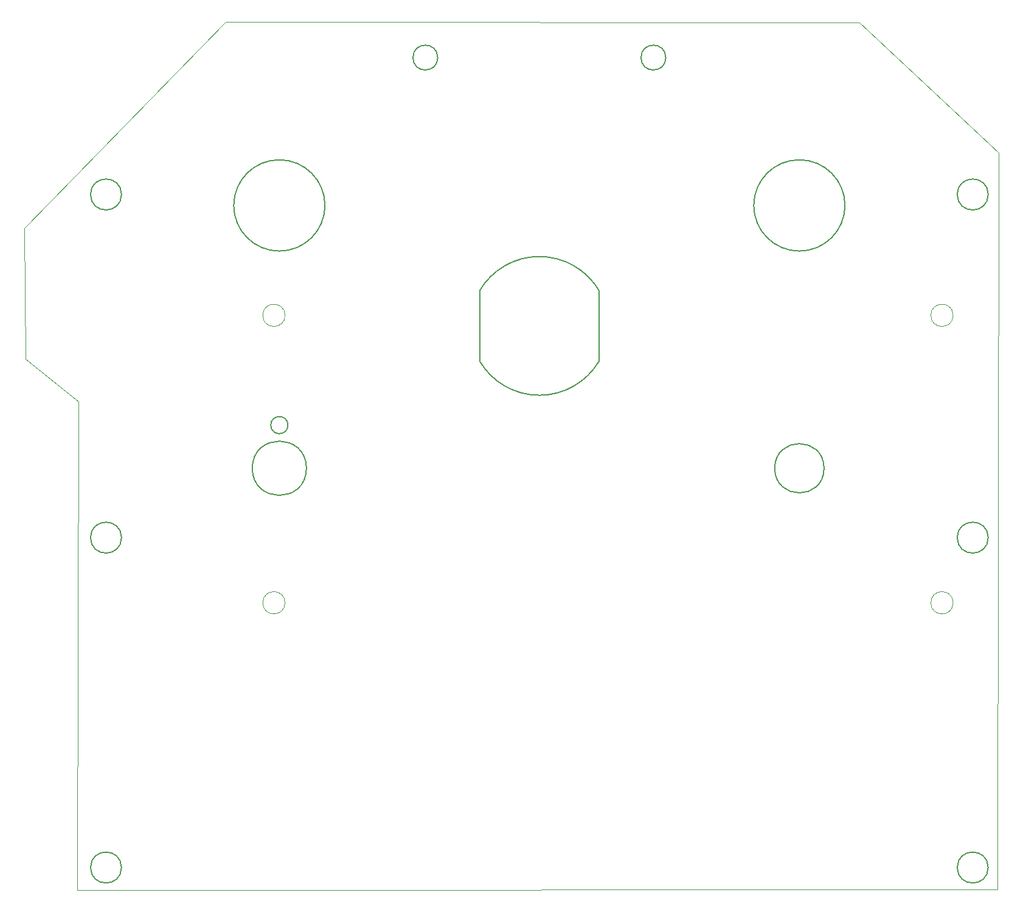
<source format=gbr>
%TF.GenerationSoftware,KiCad,Pcbnew,(5.1.6)-1*%
%TF.CreationDate,2020-11-25T11:15:34+11:00*%
%TF.ProjectId,KY58 Panel PCB V1,4b593538-2050-4616-9e65-6c2050434220,rev?*%
%TF.SameCoordinates,Original*%
%TF.FileFunction,Profile,NP*%
%FSLAX46Y46*%
G04 Gerber Fmt 4.6, Leading zero omitted, Abs format (unit mm)*
G04 Created by KiCad (PCBNEW (5.1.6)-1) date 2020-11-25 11:15:34*
%MOMM*%
%LPD*%
G01*
G04 APERTURE LIST*
%TA.AperFunction,Profile*%
%ADD10C,0.050000*%
%TD*%
%TA.AperFunction,Profile*%
%ADD11C,0.200000*%
%TD*%
G04 APERTURE END LIST*
D10*
X209550000Y-73000000D02*
G75*
G03*
X209550000Y-73000000I-1550000J0D01*
G01*
X209550000Y-113000000D02*
G75*
G03*
X209550000Y-113000000I-1550000J0D01*
G01*
X116550000Y-113000000D02*
G75*
G03*
X116550000Y-113000000I-1550000J0D01*
G01*
X116550000Y-73000000D02*
G75*
G03*
X116550000Y-73000000I-1550000J0D01*
G01*
X87807800Y-85039200D02*
X87630000Y-152984200D01*
X80391000Y-79070200D02*
X87807800Y-85039200D01*
X80289400Y-60858400D02*
X80391000Y-79070200D01*
X108280200Y-32131000D02*
X80289400Y-60858400D01*
X196469000Y-32258000D02*
X108280200Y-32131000D01*
X215900000Y-50342800D02*
X196469000Y-32258000D01*
X215722200Y-152933400D02*
X215900000Y-50342800D01*
X87630000Y-152984200D02*
X215722200Y-152933400D01*
D11*
X160269646Y-79369227D02*
G75*
G02*
X143636758Y-79362247I-8314388J4902250D01*
G01*
X143640871Y-69564727D02*
G75*
G02*
X160273757Y-69571708I8314387J-4902250D01*
G01*
X122110257Y-57702977D02*
G75*
G03*
X122110257Y-57702977I-6349999J0D01*
G01*
X169557457Y-37128977D02*
G75*
G03*
X169557457Y-37128977I-1727199J0D01*
G01*
X116950883Y-88278977D02*
G75*
G03*
X116950883Y-88278977I-1190625J0D01*
G01*
X194500258Y-57702977D02*
G75*
G03*
X194500258Y-57702977I-6350000J0D01*
G01*
X137807457Y-37128977D02*
G75*
G03*
X137807457Y-37128977I-1727199J0D01*
G01*
X160269646Y-79369227D02*
X160273757Y-69571708D01*
X143640871Y-69564727D02*
X143636758Y-79362247D01*
X214432908Y-103930977D02*
G75*
G03*
X214432908Y-103930977I-2152650J0D01*
G01*
X119530570Y-94278977D02*
G75*
G03*
X119530570Y-94278977I-3770312J0D01*
G01*
X191579258Y-94278977D02*
G75*
G03*
X191579258Y-94278977I-3429000J0D01*
G01*
X214432908Y-56178977D02*
G75*
G03*
X214432908Y-56178977I-2152650J0D01*
G01*
X214432908Y-149841477D02*
G75*
G03*
X214432908Y-149841477I-2152650J0D01*
G01*
X93782907Y-149841477D02*
G75*
G03*
X93782907Y-149841477I-2152649J0D01*
G01*
X93782907Y-103930977D02*
G75*
G03*
X93782907Y-103930977I-2152649J0D01*
G01*
X93782907Y-56178977D02*
G75*
G03*
X93782907Y-56178977I-2152649J0D01*
G01*
M02*

</source>
